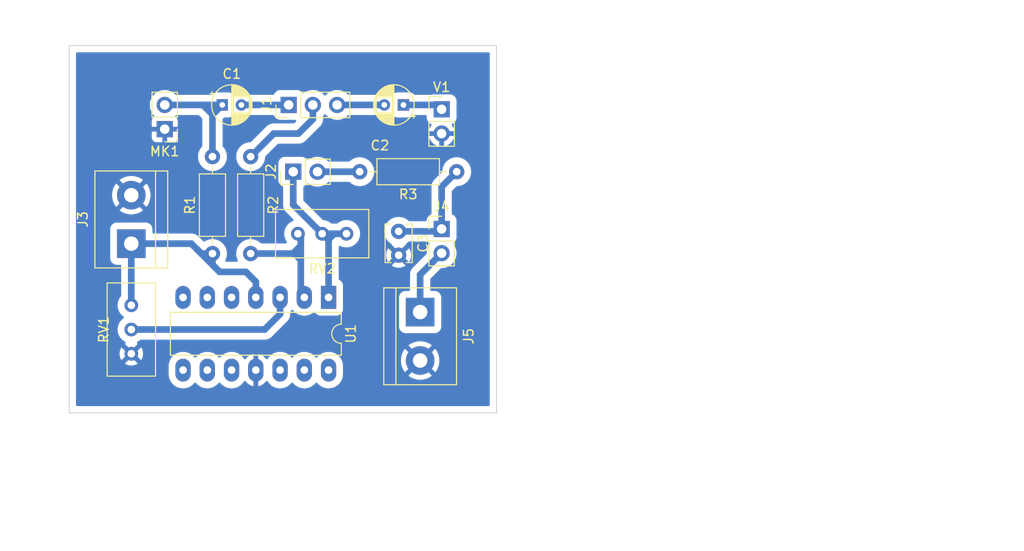
<source format=kicad_pcb>
(kicad_pcb (version 20241229) (generator "pcbnew") (generator_version "9.0")
  (layers (0 "F.Cu" signal) (2 "B.Cu" signal) (13 "F.Paste" user) (15 "B.Paste" user) (5 "F.SilkS" user "F.Silkscreen") (7 "B.SilkS" user "B.Silkscreen") (1 "F.Mask" user) (3 "B.Mask" user) (25 "Edge.Cuts" user))
  (net 0 "")
  (net 1 "Net-(C1-Pad1)")
  (net 2 "/Raw Signal")
  (net 3 "Net-(C2-Pad1)")
  (net 4 "/CAL Signal")
  (net 5 "/Filter Output")
  (net 6 "GNDA")
  (net 7 "/Input")
  (net 8 "/Signal Amplified A")
  (net 9 "/Signal Amplified B")
  (net 10 "/Output")
  (net 11 "+5V")
  (net 12 "Net-(R2-Pad2)")
  (net 13 "Net-(RV1-Pad2)")
  (footprint "Connector_PinHeader_2.54mm:PinHeader_1x03_P2.54mm_Vertical" (layer "F.Cu") (at 116.475 87 90)
    (property "Reference" "J1" (at 0 -2.33 90) (layer "F.SilkS"))
    (property "Value" "Conn_01x03_Male")
    (pad "1" thru_hole rect (at 0 0 90) (size 1.7 1.7) (drill 1) (layers "*.Cu" "*.Mask" "In1.Cu" "In2.Cu" "In3.Cu" "In4.Cu" "In5.Cu" "In6.Cu" "In7.Cu" "In8.Cu" "In9.Cu" "In10.Cu" "In11.Cu" "In12.Cu" "In13.Cu" "In14.Cu" "In15.Cu" "In16.Cu" "In17.Cu" "In18.Cu" "In19.Cu" "In20.Cu" "In21.Cu" "In22.Cu" "In23.Cu" "In24.Cu" "In25.Cu" "In26.Cu" "In27.Cu" "In28.Cu" "In29.Cu" "In30.Cu") (net 2 "/Raw Signal"))
    (pad "2" thru_hole oval (at 0 2.54 90) (size 1.7 1.7) (drill 1) (layers "*.Cu" "*.Mask" "In1.Cu" "In2.Cu" "In3.Cu" "In4.Cu" "In5.Cu" "In6.Cu" "In7.Cu" "In8.Cu" "In9.Cu" "In10.Cu" "In11.Cu" "In12.Cu" "In13.Cu" "In14.Cu" "In15.Cu" "In16.Cu" "In17.Cu" "In18.Cu" "In19.Cu" "In20.Cu" "In21.Cu" "In22.Cu" "In23.Cu" "In24.Cu" "In25.Cu" "In26.Cu" "In27.Cu" "In28.Cu" "In29.Cu" "In30.Cu") (net 7 "/Input"))
    (pad "3" thru_hole oval (at 0 5.08 90) (size 1.7 1.7) (drill 1) (layers "*.Cu" "*.Mask" "In1.Cu" "In2.Cu" "In3.Cu" "In4.Cu" "In5.Cu" "In6.Cu" "In7.Cu" "In8.Cu" "In9.Cu" "In10.Cu" "In11.Cu" "In12.Cu" "In13.Cu" "In14.Cu" "In15.Cu" "In16.Cu" "In17.Cu" "In18.Cu" "In19.Cu" "In20.Cu" "In21.Cu" "In22.Cu" "In23.Cu" "In24.Cu" "In25.Cu" "In26.Cu" "In27.Cu" "In28.Cu" "In29.Cu" "In30.Cu") (net 4 "/CAL Signal"))
  )
  (footprint "TerminalBlock:TerminalBlock_bornier-2_P5.08mm" (layer "F.Cu") (at 130.25 108.71 -90)
    (property "Reference" "J5" (at 2.54 -5.08 90) (layer "F.SilkS"))
    (property "Value" "Conn_01x02")
    (pad "1" thru_hole rect (at 0 0 270) (size 3 3) (drill 1.52) (layers "*.Cu" "*.Mask" "In1.Cu" "In2.Cu" "In3.Cu" "In4.Cu" "In5.Cu" "In6.Cu" "In7.Cu" "In8.Cu" "In9.Cu" "In10.Cu" "In11.Cu" "In12.Cu" "In13.Cu" "In14.Cu" "In15.Cu" "In16.Cu" "In17.Cu" "In18.Cu" "In19.Cu" "In20.Cu" "In21.Cu" "In22.Cu" "In23.Cu" "In24.Cu" "In25.Cu" "In26.Cu" "In27.Cu" "In28.Cu" "In29.Cu" "In30.Cu") (net 10 "/Output"))
    (pad "2" thru_hole circle (at 5.08 0 270) (size 3 3) (drill 1.52) (layers "*.Cu" "*.Mask" "In1.Cu" "In2.Cu" "In3.Cu" "In4.Cu" "In5.Cu" "In6.Cu" "In7.Cu" "In8.Cu" "In9.Cu" "In10.Cu" "In11.Cu" "In12.Cu" "In13.Cu" "In14.Cu" "In15.Cu" "In16.Cu" "In17.Cu" "In18.Cu" "In19.Cu" "In20.Cu" "In21.Cu" "In22.Cu" "In23.Cu" "In24.Cu" "In25.Cu" "In26.Cu" "In27.Cu" "In28.Cu" "In29.Cu" "In30.Cu") (net 6 "GNDA"))
  )
  (footprint "Potentiometer_THT:Potentiometer_Bourns_3296W_Vertical" (layer "F.Cu") (at 100 108 90)
    (property "Reference" "RV1" (at -2.54 -2.885 90) (layer "F.SilkS"))
    (property "Value" "100k")
    (pad "1" thru_hole circle (at 0 0 90) (size 1.44 1.44) (drill 0.8) (layers "*.Cu" "*.Mask" "In1.Cu" "In2.Cu" "In3.Cu" "In4.Cu" "In5.Cu" "In6.Cu" "In7.Cu" "In8.Cu" "In9.Cu" "In10.Cu" "In11.Cu" "In12.Cu" "In13.Cu" "In14.Cu" "In15.Cu" "In16.Cu" "In17.Cu" "In18.Cu" "In19.Cu" "In20.Cu" "In21.Cu" "In22.Cu" "In23.Cu" "In24.Cu" "In25.Cu" "In26.Cu" "In27.Cu" "In28.Cu" "In29.Cu" "In30.Cu") (net 11 "+5V"))
    (pad "2" thru_hole circle (at -2.54 0 90) (size 1.44 1.44) (drill 0.8) (layers "*.Cu" "*.Mask" "In1.Cu" "In2.Cu" "In3.Cu" "In4.Cu" "In5.Cu" "In6.Cu" "In7.Cu" "In8.Cu" "In9.Cu" "In10.Cu" "In11.Cu" "In12.Cu" "In13.Cu" "In14.Cu" "In15.Cu" "In16.Cu" "In17.Cu" "In18.Cu" "In19.Cu" "In20.Cu" "In21.Cu" "In22.Cu" "In23.Cu" "In24.Cu" "In25.Cu" "In26.Cu" "In27.Cu" "In28.Cu" "In29.Cu" "In30.Cu") (net 13 "Net-(RV1-Pad2)"))
    (pad "3" thru_hole circle (at -5.08 0 90) (size 1.44 1.44) (drill 0.8) (layers "*.Cu" "*.Mask" "In1.Cu" "In2.Cu" "In3.Cu" "In4.Cu" "In5.Cu" "In6.Cu" "In7.Cu" "In8.Cu" "In9.Cu" "In10.Cu" "In11.Cu" "In12.Cu" "In13.Cu" "In14.Cu" "In15.Cu" "In16.Cu" "In17.Cu" "In18.Cu" "In19.Cu" "In20.Cu" "In21.Cu" "In22.Cu" "In23.Cu" "In24.Cu" "In25.Cu" "In26.Cu" "In27.Cu" "In28.Cu" "In29.Cu" "In30.Cu") (net 6 "GNDA"))
  )
  (footprint "Capacitor_THT:C_Disc_D3.8mm_W2.6mm_P2.50mm" (layer "F.Cu") (at 128 100.25 -90)
    (property "Reference" "C3" (at 1.25 -2.55 90) (layer "F.SilkS"))
    (property "Value" "TODO")
    (pad "1" thru_hole circle (at 0 0 270) (size 1.6 1.6) (drill 0.8) (layers "*.Cu" "*.Mask" "In1.Cu" "In2.Cu" "In3.Cu" "In4.Cu" "In5.Cu" "In6.Cu" "In7.Cu" "In8.Cu" "In9.Cu" "In10.Cu" "In11.Cu" "In12.Cu" "In13.Cu" "In14.Cu" "In15.Cu" "In16.Cu" "In17.Cu" "In18.Cu" "In19.Cu" "In20.Cu" "In21.Cu" "In22.Cu" "In23.Cu" "In24.Cu" "In25.Cu" "In26.Cu" "In27.Cu" "In28.Cu" "In29.Cu" "In30.Cu") (net 5 "/Filter Output"))
    (pad "2" thru_hole circle (at 2.5 0 270) (size 1.6 1.6) (drill 0.8) (layers "*.Cu" "*.Mask" "In1.Cu" "In2.Cu" "In3.Cu" "In4.Cu" "In5.Cu" "In6.Cu" "In7.Cu" "In8.Cu" "In9.Cu" "In10.Cu" "In11.Cu" "In12.Cu" "In13.Cu" "In14.Cu" "In15.Cu" "In16.Cu" "In17.Cu" "In18.Cu" "In19.Cu" "In20.Cu" "In21.Cu" "In22.Cu" "In23.Cu" "In24.Cu" "In25.Cu" "In26.Cu" "In27.Cu" "In28.Cu" "In29.Cu" "In30.Cu") (net 6 "GNDA"))
  )
  (footprint "Connector_PinHeader_2.54mm:PinHeader_1x02_P2.54mm_Vertical" (layer "F.Cu") (at 103.5 89.54 180)
    (property "Reference" "MK1" (at 0 -2.33 0) (layer "F.SilkS"))
    (property "Value" "M. Electret")
    (pad "1" thru_hole rect (at 0 0 180) (size 1.7 1.7) (drill 1) (layers "*.Cu" "*.Mask" "In1.Cu" "In2.Cu" "In3.Cu" "In4.Cu" "In5.Cu" "In6.Cu" "In7.Cu" "In8.Cu" "In9.Cu" "In10.Cu" "In11.Cu" "In12.Cu" "In13.Cu" "In14.Cu" "In15.Cu" "In16.Cu" "In17.Cu" "In18.Cu" "In19.Cu" "In20.Cu" "In21.Cu" "In22.Cu" "In23.Cu" "In24.Cu" "In25.Cu" "In26.Cu" "In27.Cu" "In28.Cu" "In29.Cu" "In30.Cu") (net 6 "GNDA"))
    (pad "2" thru_hole oval (at 0 2.54 180) (size 1.7 1.7) (drill 1) (layers "*.Cu" "*.Mask" "In1.Cu" "In2.Cu" "In3.Cu" "In4.Cu" "In5.Cu" "In6.Cu" "In7.Cu" "In8.Cu" "In9.Cu" "In10.Cu" "In11.Cu" "In12.Cu" "In13.Cu" "In14.Cu" "In15.Cu" "In16.Cu" "In17.Cu" "In18.Cu" "In19.Cu" "In20.Cu" "In21.Cu" "In22.Cu" "In23.Cu" "In24.Cu" "In25.Cu" "In26.Cu" "In27.Cu" "In28.Cu" "In29.Cu" "In30.Cu") (net 1 "Net-(C1-Pad1)"))
  )
  (footprint "Package_DIP:DIP-14_W7.62mm_LongPads" (layer "F.Cu") (at 120.66 107.175 -90)
    (property "Reference" "U1" (at 3.81 -2.33 90) (layer "F.SilkS"))
    (property "Value" "LM324")
    (pad "1" thru_hole rect (at 0 0 270) (size 2.4 1.6) (drill 0.8) (layers "*.Cu" "*.Mask" "In1.Cu" "In2.Cu" "In3.Cu" "In4.Cu" "In5.Cu" "In6.Cu" "In7.Cu" "In8.Cu" "In9.Cu" "In10.Cu" "In11.Cu" "In12.Cu" "In13.Cu" "In14.Cu" "In15.Cu" "In16.Cu" "In17.Cu" "In18.Cu" "In19.Cu" "In20.Cu" "In21.Cu" "In22.Cu" "In23.Cu" "In24.Cu" "In25.Cu" "In26.Cu" "In27.Cu" "In28.Cu" "In29.Cu" "In30.Cu") (net 8 "/Signal Amplified A"))
    (pad "2" thru_hole oval (at 0 2.54 270) (size 2.4 1.6) (drill 0.8) (layers "*.Cu" "*.Mask" "In1.Cu" "In2.Cu" "In3.Cu" "In4.Cu" "In5.Cu" "In6.Cu" "In7.Cu" "In8.Cu" "In9.Cu" "In10.Cu" "In11.Cu" "In12.Cu" "In13.Cu" "In14.Cu" "In15.Cu" "In16.Cu" "In17.Cu" "In18.Cu" "In19.Cu" "In20.Cu" "In21.Cu" "In22.Cu" "In23.Cu" "In24.Cu" "In25.Cu" "In26.Cu" "In27.Cu" "In28.Cu" "In29.Cu" "In30.Cu") (net 12 "Net-(R2-Pad2)"))
    (pad "3" thru_hole oval (at 0 5.08 270) (size 2.4 1.6) (drill 0.8) (layers "*.Cu" "*.Mask" "In1.Cu" "In2.Cu" "In3.Cu" "In4.Cu" "In5.Cu" "In6.Cu" "In7.Cu" "In8.Cu" "In9.Cu" "In10.Cu" "In11.Cu" "In12.Cu" "In13.Cu" "In14.Cu" "In15.Cu" "In16.Cu" "In17.Cu" "In18.Cu" "In19.Cu" "In20.Cu" "In21.Cu" "In22.Cu" "In23.Cu" "In24.Cu" "In25.Cu" "In26.Cu" "In27.Cu" "In28.Cu" "In29.Cu" "In30.Cu") (net 13 "Net-(RV1-Pad2)"))
    (pad "4" thru_hole oval (at 0 7.62 270) (size 2.4 1.6) (drill 0.8) (layers "*.Cu" "*.Mask" "In1.Cu" "In2.Cu" "In3.Cu" "In4.Cu" "In5.Cu" "In6.Cu" "In7.Cu" "In8.Cu" "In9.Cu" "In10.Cu" "In11.Cu" "In12.Cu" "In13.Cu" "In14.Cu" "In15.Cu" "In16.Cu" "In17.Cu" "In18.Cu" "In19.Cu" "In20.Cu" "In21.Cu" "In22.Cu" "In23.Cu" "In24.Cu" "In25.Cu" "In26.Cu" "In27.Cu" "In28.Cu" "In29.Cu" "In30.Cu") (net 11 "+5V"))
    (pad "5" thru_hole oval (at 0 10.16 270) (size 2.4 1.6) (drill 0.8) (layers "*.Cu" "*.Mask" "In1.Cu" "In2.Cu" "In3.Cu" "In4.Cu" "In5.Cu" "In6.Cu" "In7.Cu" "In8.Cu" "In9.Cu" "In10.Cu" "In11.Cu" "In12.Cu" "In13.Cu" "In14.Cu" "In15.Cu" "In16.Cu" "In17.Cu" "In18.Cu" "In19.Cu" "In20.Cu" "In21.Cu" "In22.Cu" "In23.Cu" "In24.Cu" "In25.Cu" "In26.Cu" "In27.Cu" "In28.Cu" "In29.Cu" "In30.Cu"))
    (pad "6" thru_hole oval (at 0 12.7 270) (size 2.4 1.6) (drill 0.8) (layers "*.Cu" "*.Mask" "In1.Cu" "In2.Cu" "In3.Cu" "In4.Cu" "In5.Cu" "In6.Cu" "In7.Cu" "In8.Cu" "In9.Cu" "In10.Cu" "In11.Cu" "In12.Cu" "In13.Cu" "In14.Cu" "In15.Cu" "In16.Cu" "In17.Cu" "In18.Cu" "In19.Cu" "In20.Cu" "In21.Cu" "In22.Cu" "In23.Cu" "In24.Cu" "In25.Cu" "In26.Cu" "In27.Cu" "In28.Cu" "In29.Cu" "In30.Cu"))
    (pad "7" thru_hole oval (at 0 15.24 270) (size 2.4 1.6) (drill 0.8) (layers "*.Cu" "*.Mask" "In1.Cu" "In2.Cu" "In3.Cu" "In4.Cu" "In5.Cu" "In6.Cu" "In7.Cu" "In8.Cu" "In9.Cu" "In10.Cu" "In11.Cu" "In12.Cu" "In13.Cu" "In14.Cu" "In15.Cu" "In16.Cu" "In17.Cu" "In18.Cu" "In19.Cu" "In20.Cu" "In21.Cu" "In22.Cu" "In23.Cu" "In24.Cu" "In25.Cu" "In26.Cu" "In27.Cu" "In28.Cu" "In29.Cu" "In30.Cu"))
    (pad "8" thru_hole oval (at 7.62 15.24 270) (size 2.4 1.6) (drill 0.8) (layers "*.Cu" "*.Mask" "In1.Cu" "In2.Cu" "In3.Cu" "In4.Cu" "In5.Cu" "In6.Cu" "In7.Cu" "In8.Cu" "In9.Cu" "In10.Cu" "In11.Cu" "In12.Cu" "In13.Cu" "In14.Cu" "In15.Cu" "In16.Cu" "In17.Cu" "In18.Cu" "In19.Cu" "In20.Cu" "In21.Cu" "In22.Cu" "In23.Cu" "In24.Cu" "In25.Cu" "In26.Cu" "In27.Cu" "In28.Cu" "In29.Cu" "In30.Cu"))
    (pad "9" thru_hole oval (at 7.62 12.7 270) (size 2.4 1.6) (drill 0.8) (layers "*.Cu" "*.Mask" "In1.Cu" "In2.Cu" "In3.Cu" "In4.Cu" "In5.Cu" "In6.Cu" "In7.Cu" "In8.Cu" "In9.Cu" "In10.Cu" "In11.Cu" "In12.Cu" "In13.Cu" "In14.Cu" "In15.Cu" "In16.Cu" "In17.Cu" "In18.Cu" "In19.Cu" "In20.Cu" "In21.Cu" "In22.Cu" "In23.Cu" "In24.Cu" "In25.Cu" "In26.Cu" "In27.Cu" "In28.Cu" "In29.Cu" "In30.Cu"))
    (pad "10" thru_hole oval (at 7.62 10.16 270) (size 2.4 1.6) (drill 0.8) (layers "*.Cu" "*.Mask" "In1.Cu" "In2.Cu" "In3.Cu" "In4.Cu" "In5.Cu" "In6.Cu" "In7.Cu" "In8.Cu" "In9.Cu" "In10.Cu" "In11.Cu" "In12.Cu" "In13.Cu" "In14.Cu" "In15.Cu" "In16.Cu" "In17.Cu" "In18.Cu" "In19.Cu" "In20.Cu" "In21.Cu" "In22.Cu" "In23.Cu" "In24.Cu" "In25.Cu" "In26.Cu" "In27.Cu" "In28.Cu" "In29.Cu" "In30.Cu"))
    (pad "11" thru_hole oval (at 7.62 7.62 270) (size 2.4 1.6) (drill 0.8) (layers "*.Cu" "*.Mask" "In1.Cu" "In2.Cu" "In3.Cu" "In4.Cu" "In5.Cu" "In6.Cu" "In7.Cu" "In8.Cu" "In9.Cu" "In10.Cu" "In11.Cu" "In12.Cu" "In13.Cu" "In14.Cu" "In15.Cu" "In16.Cu" "In17.Cu" "In18.Cu" "In19.Cu" "In20.Cu" "In21.Cu" "In22.Cu" "In23.Cu" "In24.Cu" "In25.Cu" "In26.Cu" "In27.Cu" "In28.Cu" "In29.Cu" "In30.Cu") (net 6 "GNDA"))
    (pad "12" thru_hole oval (at 7.62 5.08 270) (size 2.4 1.6) (drill 0.8) (layers "*.Cu" "*.Mask" "In1.Cu" "In2.Cu" "In3.Cu" "In4.Cu" "In5.Cu" "In6.Cu" "In7.Cu" "In8.Cu" "In9.Cu" "In10.Cu" "In11.Cu" "In12.Cu" "In13.Cu" "In14.Cu" "In15.Cu" "In16.Cu" "In17.Cu" "In18.Cu" "In19.Cu" "In20.Cu" "In21.Cu" "In22.Cu" "In23.Cu" "In24.Cu" "In25.Cu" "In26.Cu" "In27.Cu" "In28.Cu" "In29.Cu" "In30.Cu"))
    (pad "13" thru_hole oval (at 7.62 2.54 270) (size 2.4 1.6) (drill 0.8) (layers "*.Cu" "*.Mask" "In1.Cu" "In2.Cu" "In3.Cu" "In4.Cu" "In5.Cu" "In6.Cu" "In7.Cu" "In8.Cu" "In9.Cu" "In10.Cu" "In11.Cu" "In12.Cu" "In13.Cu" "In14.Cu" "In15.Cu" "In16.Cu" "In17.Cu" "In18.Cu" "In19.Cu" "In20.Cu" "In21.Cu" "In22.Cu" "In23.Cu" "In24.Cu" "In25.Cu" "In26.Cu" "In27.Cu" "In28.Cu" "In29.Cu" "In30.Cu"))
    (pad "14" thru_hole oval (at 7.62 0 270) (size 2.4 1.6) (drill 0.8) (layers "*.Cu" "*.Mask" "In1.Cu" "In2.Cu" "In3.Cu" "In4.Cu" "In5.Cu" "In6.Cu" "In7.Cu" "In8.Cu" "In9.Cu" "In10.Cu" "In11.Cu" "In12.Cu" "In13.Cu" "In14.Cu" "In15.Cu" "In16.Cu" "In17.Cu" "In18.Cu" "In19.Cu" "In20.Cu" "In21.Cu" "In22.Cu" "In23.Cu" "In24.Cu" "In25.Cu" "In26.Cu" "In27.Cu" "In28.Cu" "In29.Cu" "In30.Cu"))
  )
  (footprint "Resistor_THT:R_Axial_DIN0207_L6.3mm_D2.5mm_P10.16mm_Horizontal" (layer "F.Cu") (at 134.08 94 180)
    (property "Reference" "R3" (at 5.08 -2.37 0) (layer "F.SilkS"))
    (property "Value" "TODO")
    (pad "1" thru_hole circle (at 0 0 180) (size 1.6 1.6) (drill 0.8) (layers "*.Cu" "*.Mask" "In1.Cu" "In2.Cu" "In3.Cu" "In4.Cu" "In5.Cu" "In6.Cu" "In7.Cu" "In8.Cu" "In9.Cu" "In10.Cu" "In11.Cu" "In12.Cu" "In13.Cu" "In14.Cu" "In15.Cu" "In16.Cu" "In17.Cu" "In18.Cu" "In19.Cu" "In20.Cu" "In21.Cu" "In22.Cu" "In23.Cu" "In24.Cu" "In25.Cu" "In26.Cu" "In27.Cu" "In28.Cu" "In29.Cu" "In30.Cu") (net 5 "/Filter Output"))
    (pad "2" thru_hole oval (at 10.16 0 180) (size 1.6 1.6) (drill 0.8) (layers "*.Cu" "*.Mask" "In1.Cu" "In2.Cu" "In3.Cu" "In4.Cu" "In5.Cu" "In6.Cu" "In7.Cu" "In8.Cu" "In9.Cu" "In10.Cu" "In11.Cu" "In12.Cu" "In13.Cu" "In14.Cu" "In15.Cu" "In16.Cu" "In17.Cu" "In18.Cu" "In19.Cu" "In20.Cu" "In21.Cu" "In22.Cu" "In23.Cu" "In24.Cu" "In25.Cu" "In26.Cu" "In27.Cu" "In28.Cu" "In29.Cu" "In30.Cu") (net 9 "/Signal Amplified B"))
  )
  (footprint "Connector_PinHeader_2.54mm:PinHeader_1x02_P2.54mm_Vertical" (layer "F.Cu") (at 132.5 87.46)
    (property "Reference" "V1" (at 0 -2.33 0) (layer "F.SilkS"))
    (property "Value" "CAL")
    (pad "1" thru_hole rect (at 0 0) (size 1.7 1.7) (drill 1) (layers "*.Cu" "*.Mask" "In1.Cu" "In2.Cu" "In3.Cu" "In4.Cu" "In5.Cu" "In6.Cu" "In7.Cu" "In8.Cu" "In9.Cu" "In10.Cu" "In11.Cu" "In12.Cu" "In13.Cu" "In14.Cu" "In15.Cu" "In16.Cu" "In17.Cu" "In18.Cu" "In19.Cu" "In20.Cu" "In21.Cu" "In22.Cu" "In23.Cu" "In24.Cu" "In25.Cu" "In26.Cu" "In27.Cu" "In28.Cu" "In29.Cu" "In30.Cu") (net 3 "Net-(C2-Pad1)"))
    (pad "2" thru_hole oval (at 0 2.54) (size 1.7 1.7) (drill 1) (layers "*.Cu" "*.Mask" "In1.Cu" "In2.Cu" "In3.Cu" "In4.Cu" "In5.Cu" "In6.Cu" "In7.Cu" "In8.Cu" "In9.Cu" "In10.Cu" "In11.Cu" "In12.Cu" "In13.Cu" "In14.Cu" "In15.Cu" "In16.Cu" "In17.Cu" "In18.Cu" "In19.Cu" "In20.Cu" "In21.Cu" "In22.Cu" "In23.Cu" "In24.Cu" "In25.Cu" "In26.Cu" "In27.Cu" "In28.Cu" "In29.Cu" "In30.Cu") (net 6 "GNDA"))
  )
  (footprint "Resistor_THT:R_Axial_DIN0207_L6.3mm_D2.5mm_P10.16mm_Horizontal" (layer "F.Cu") (at 112.5 92.42 -90)
    (property "Reference" "R2" (at 5.08 -2.37 90) (layer "F.SilkS"))
    (property "Value" "4k7")
    (pad "1" thru_hole circle (at 0 0 270) (size 1.6 1.6) (drill 0.8) (layers "*.Cu" "*.Mask" "In1.Cu" "In2.Cu" "In3.Cu" "In4.Cu" "In5.Cu" "In6.Cu" "In7.Cu" "In8.Cu" "In9.Cu" "In10.Cu" "In11.Cu" "In12.Cu" "In13.Cu" "In14.Cu" "In15.Cu" "In16.Cu" "In17.Cu" "In18.Cu" "In19.Cu" "In20.Cu" "In21.Cu" "In22.Cu" "In23.Cu" "In24.Cu" "In25.Cu" "In26.Cu" "In27.Cu" "In28.Cu" "In29.Cu" "In30.Cu") (net 7 "/Input"))
    (pad "2" thru_hole oval (at 10.16 0 270) (size 1.6 1.6) (drill 0.8) (layers "*.Cu" "*.Mask" "In1.Cu" "In2.Cu" "In3.Cu" "In4.Cu" "In5.Cu" "In6.Cu" "In7.Cu" "In8.Cu" "In9.Cu" "In10.Cu" "In11.Cu" "In12.Cu" "In13.Cu" "In14.Cu" "In15.Cu" "In16.Cu" "In17.Cu" "In18.Cu" "In19.Cu" "In20.Cu" "In21.Cu" "In22.Cu" "In23.Cu" "In24.Cu" "In25.Cu" "In26.Cu" "In27.Cu" "In28.Cu" "In29.Cu" "In30.Cu") (net 12 "Net-(R2-Pad2)"))
  )
  (footprint "Resistor_THT:R_Axial_DIN0207_L6.3mm_D2.5mm_P10.16mm_Horizontal" (layer "F.Cu") (at 108.5 102.58 90)
    (property "Reference" "R1" (at 5.08 -2.37 90) (layer "F.SilkS"))
    (property "Value" "2k2")
    (pad "1" thru_hole circle (at 0 0 90) (size 1.6 1.6) (drill 0.8) (layers "*.Cu" "*.Mask" "In1.Cu" "In2.Cu" "In3.Cu" "In4.Cu" "In5.Cu" "In6.Cu" "In7.Cu" "In8.Cu" "In9.Cu" "In10.Cu" "In11.Cu" "In12.Cu" "In13.Cu" "In14.Cu" "In15.Cu" "In16.Cu" "In17.Cu" "In18.Cu" "In19.Cu" "In20.Cu" "In21.Cu" "In22.Cu" "In23.Cu" "In24.Cu" "In25.Cu" "In26.Cu" "In27.Cu" "In28.Cu" "In29.Cu" "In30.Cu") (net 11 "+5V"))
    (pad "2" thru_hole oval (at 10.16 0 90) (size 1.6 1.6) (drill 0.8) (layers "*.Cu" "*.Mask" "In1.Cu" "In2.Cu" "In3.Cu" "In4.Cu" "In5.Cu" "In6.Cu" "In7.Cu" "In8.Cu" "In9.Cu" "In10.Cu" "In11.Cu" "In12.Cu" "In13.Cu" "In14.Cu" "In15.Cu" "In16.Cu" "In17.Cu" "In18.Cu" "In19.Cu" "In20.Cu" "In21.Cu" "In22.Cu" "In23.Cu" "In24.Cu" "In25.Cu" "In26.Cu" "In27.Cu" "In28.Cu" "In29.Cu" "In30.Cu") (net 1 "Net-(C1-Pad1)"))
  )
  (footprint "Capacitor_THT:CP_Radial_D4.0mm_P2.00mm" (layer "F.Cu") (at 128.5 87 180)
    (property "Reference" "C2" (at 2.46 -4.25 0) (layer "F.SilkS"))
    (property "Value" "10uF")
    (pad "1" thru_hole rect (at 0 0 180) (size 1.2 1.2) (drill 0.6) (layers "*.Cu" "*.Mask" "In1.Cu" "In2.Cu" "In3.Cu" "In4.Cu" "In5.Cu" "In6.Cu" "In7.Cu" "In8.Cu" "In9.Cu" "In10.Cu" "In11.Cu" "In12.Cu" "In13.Cu" "In14.Cu" "In15.Cu" "In16.Cu" "In17.Cu" "In18.Cu" "In19.Cu" "In20.Cu" "In21.Cu" "In22.Cu" "In23.Cu" "In24.Cu" "In25.Cu" "In26.Cu" "In27.Cu" "In28.Cu" "In29.Cu" "In30.Cu") (net 3 "Net-(C2-Pad1)"))
    (pad "2" thru_hole circle (at 2 0 180) (size 1.2 1.2) (drill 0.6) (layers "*.Cu" "*.Mask" "In1.Cu" "In2.Cu" "In3.Cu" "In4.Cu" "In5.Cu" "In6.Cu" "In7.Cu" "In8.Cu" "In9.Cu" "In10.Cu" "In11.Cu" "In12.Cu" "In13.Cu" "In14.Cu" "In15.Cu" "In16.Cu" "In17.Cu" "In18.Cu" "In19.Cu" "In20.Cu" "In21.Cu" "In22.Cu" "In23.Cu" "In24.Cu" "In25.Cu" "In26.Cu" "In27.Cu" "In28.Cu" "In29.Cu" "In30.Cu") (net 4 "/CAL Signal"))
  )
  (footprint "TerminalBlock:TerminalBlock_bornier-2_P5.08mm" (layer "F.Cu") (at 100 101.54 90)
    (property "Reference" "J3" (at 2.54 -5.08 90) (layer "F.SilkS"))
    (property "Value" "Conn_01x02")
    (pad "1" thru_hole rect (at 0 0 90) (size 3 3) (drill 1.52) (layers "*.Cu" "*.Mask" "In1.Cu" "In2.Cu" "In3.Cu" "In4.Cu" "In5.Cu" "In6.Cu" "In7.Cu" "In8.Cu" "In9.Cu" "In10.Cu" "In11.Cu" "In12.Cu" "In13.Cu" "In14.Cu" "In15.Cu" "In16.Cu" "In17.Cu" "In18.Cu" "In19.Cu" "In20.Cu" "In21.Cu" "In22.Cu" "In23.Cu" "In24.Cu" "In25.Cu" "In26.Cu" "In27.Cu" "In28.Cu" "In29.Cu" "In30.Cu") (net 11 "+5V"))
    (pad "2" thru_hole circle (at 5.08 0 90) (size 3 3) (drill 1.52) (layers "*.Cu" "*.Mask" "In1.Cu" "In2.Cu" "In3.Cu" "In4.Cu" "In5.Cu" "In6.Cu" "In7.Cu" "In8.Cu" "In9.Cu" "In10.Cu" "In11.Cu" "In12.Cu" "In13.Cu" "In14.Cu" "In15.Cu" "In16.Cu" "In17.Cu" "In18.Cu" "In19.Cu" "In20.Cu" "In21.Cu" "In22.Cu" "In23.Cu" "In24.Cu" "In25.Cu" "In26.Cu" "In27.Cu" "In28.Cu" "In29.Cu" "In30.Cu") (net 6 "GNDA"))
  )
  (footprint "Capacitor_THT:CP_Radial_D4.0mm_P2.00mm" (layer "F.Cu") (at 109.527401 87)
    (property "Reference" "C1" (at 1 -3.25 0) (layer "F.SilkS"))
    (property "Value" "10uF")
    (pad "1" thru_hole rect (at 0 0) (size 1.2 1.2) (drill 0.6) (layers "*.Cu" "*.Mask" "In1.Cu" "In2.Cu" "In3.Cu" "In4.Cu" "In5.Cu" "In6.Cu" "In7.Cu" "In8.Cu" "In9.Cu" "In10.Cu" "In11.Cu" "In12.Cu" "In13.Cu" "In14.Cu" "In15.Cu" "In16.Cu" "In17.Cu" "In18.Cu" "In19.Cu" "In20.Cu" "In21.Cu" "In22.Cu" "In23.Cu" "In24.Cu" "In25.Cu" "In26.Cu" "In27.Cu" "In28.Cu" "In29.Cu" "In30.Cu") (net 1 "Net-(C1-Pad1)"))
    (pad "2" thru_hole circle (at 2 0) (size 1.2 1.2) (drill 0.6) (layers "*.Cu" "*.Mask" "In1.Cu" "In2.Cu" "In3.Cu" "In4.Cu" "In5.Cu" "In6.Cu" "In7.Cu" "In8.Cu" "In9.Cu" "In10.Cu" "In11.Cu" "In12.Cu" "In13.Cu" "In14.Cu" "In15.Cu" "In16.Cu" "In17.Cu" "In18.Cu" "In19.Cu" "In20.Cu" "In21.Cu" "In22.Cu" "In23.Cu" "In24.Cu" "In25.Cu" "In26.Cu" "In27.Cu" "In28.Cu" "In29.Cu" "In30.Cu") (net 2 "/Raw Signal"))
  )
  (footprint "Potentiometer_THT:Potentiometer_Bourns_3296W_Vertical" (layer "F.Cu") (at 117.45 100.5 180)
    (property "Reference" "RV2" (at -2.54 -3.66 0) (layer "F.SilkS"))
    (property "Value" "100k")
    (pad "1" thru_hole circle (at 0 0 180) (size 1.44 1.44) (drill 0.8) (layers "*.Cu" "*.Mask" "In1.Cu" "In2.Cu" "In3.Cu" "In4.Cu" "In5.Cu" "In6.Cu" "In7.Cu" "In8.Cu" "In9.Cu" "In10.Cu" "In11.Cu" "In12.Cu" "In13.Cu" "In14.Cu" "In15.Cu" "In16.Cu" "In17.Cu" "In18.Cu" "In19.Cu" "In20.Cu" "In21.Cu" "In22.Cu" "In23.Cu" "In24.Cu" "In25.Cu" "In26.Cu" "In27.Cu" "In28.Cu" "In29.Cu" "In30.Cu") (net 12 "Net-(R2-Pad2)"))
    (pad "2" thru_hole circle (at -2.54 0 180) (size 1.44 1.44) (drill 0.8) (layers "*.Cu" "*.Mask" "In1.Cu" "In2.Cu" "In3.Cu" "In4.Cu" "In5.Cu" "In6.Cu" "In7.Cu" "In8.Cu" "In9.Cu" "In10.Cu" "In11.Cu" "In12.Cu" "In13.Cu" "In14.Cu" "In15.Cu" "In16.Cu" "In17.Cu" "In18.Cu" "In19.Cu" "In20.Cu" "In21.Cu" "In22.Cu" "In23.Cu" "In24.Cu" "In25.Cu" "In26.Cu" "In27.Cu" "In28.Cu" "In29.Cu" "In30.Cu") (net 8 "/Signal Amplified A"))
    (pad "3" thru_hole circle (at -5.08 0 180) (size 1.44 1.44) (drill 0.8) (layers "*.Cu" "*.Mask" "In1.Cu" "In2.Cu" "In3.Cu" "In4.Cu" "In5.Cu" "In6.Cu" "In7.Cu" "In8.Cu" "In9.Cu" "In10.Cu" "In11.Cu" "In12.Cu" "In13.Cu" "In14.Cu" "In15.Cu" "In16.Cu" "In17.Cu" "In18.Cu" "In19.Cu" "In20.Cu" "In21.Cu" "In22.Cu" "In23.Cu" "In24.Cu" "In25.Cu" "In26.Cu" "In27.Cu" "In28.Cu" "In29.Cu" "In30.Cu"))
  )
  (footprint "Connector_PinHeader_2.54mm:PinHeader_1x02_P2.54mm_Vertical" (layer "F.Cu") (at 132.5 100)
    (property "Reference" "J4" (at 0 -2.33 0) (layer "F.SilkS"))
    (property "Value" "Conn_01x02_Male")
    (pad "1" thru_hole rect (at 0 0) (size 1.7 1.7) (drill 1) (layers "*.Cu" "*.Mask" "In1.Cu" "In2.Cu" "In3.Cu" "In4.Cu" "In5.Cu" "In6.Cu" "In7.Cu" "In8.Cu" "In9.Cu" "In10.Cu" "In11.Cu" "In12.Cu" "In13.Cu" "In14.Cu" "In15.Cu" "In16.Cu" "In17.Cu" "In18.Cu" "In19.Cu" "In20.Cu" "In21.Cu" "In22.Cu" "In23.Cu" "In24.Cu" "In25.Cu" "In26.Cu" "In27.Cu" "In28.Cu" "In29.Cu" "In30.Cu") (net 5 "/Filter Output"))
    (pad "2" thru_hole oval (at 0 2.54) (size 1.7 1.7) (drill 1) (layers "*.Cu" "*.Mask" "In1.Cu" "In2.Cu" "In3.Cu" "In4.Cu" "In5.Cu" "In6.Cu" "In7.Cu" "In8.Cu" "In9.Cu" "In10.Cu" "In11.Cu" "In12.Cu" "In13.Cu" "In14.Cu" "In15.Cu" "In16.Cu" "In17.Cu" "In18.Cu" "In19.Cu" "In20.Cu" "In21.Cu" "In22.Cu" "In23.Cu" "In24.Cu" "In25.Cu" "In26.Cu" "In27.Cu" "In28.Cu" "In29.Cu" "In30.Cu") (net 10 "/Output"))
  )
  (footprint "Connector_PinHeader_2.54mm:PinHeader_1x02_P2.54mm_Vertical" (layer "F.Cu") (at 116.96 94 90)
    (property "Reference" "J2" (at 0 -2.33 90) (layer "F.SilkS"))
    (property "Value" "Conn_01x02_Male")
    (pad "1" thru_hole rect (at 0 0 90) (size 1.7 1.7) (drill 1) (layers "*.Cu" "*.Mask" "In1.Cu" "In2.Cu" "In3.Cu" "In4.Cu" "In5.Cu" "In6.Cu" "In7.Cu" "In8.Cu" "In9.Cu" "In10.Cu" "In11.Cu" "In12.Cu" "In13.Cu" "In14.Cu" "In15.Cu" "In16.Cu" "In17.Cu" "In18.Cu" "In19.Cu" "In20.Cu" "In21.Cu" "In22.Cu" "In23.Cu" "In24.Cu" "In25.Cu" "In26.Cu" "In27.Cu" "In28.Cu" "In29.Cu" "In30.Cu") (net 8 "/Signal Amplified A"))
    (pad "2" thru_hole oval (at 0 2.54 90) (size 1.7 1.7) (drill 1) (layers "*.Cu" "*.Mask" "In1.Cu" "In2.Cu" "In3.Cu" "In4.Cu" "In5.Cu" "In6.Cu" "In7.Cu" "In8.Cu" "In9.Cu" "In10.Cu" "In11.Cu" "In12.Cu" "In13.Cu" "In14.Cu" "In15.Cu" "In16.Cu" "In17.Cu" "In18.Cu" "In19.Cu" "In20.Cu" "In21.Cu" "In22.Cu" "In23.Cu" "In24.Cu" "In25.Cu" "In26.Cu" "In27.Cu" "In28.Cu" "In29.Cu" "In30.Cu") (net 9 "/Signal Amplified B"))
  )
  (gr_rect (start 93.5 80.775) (end 138.25 119.275) (stroke (width 0.1)) (fill no) (layer "Edge.Cuts"))
  (segment (start 103.5 87) (end 107.5 87) (width 0.7) (layer "B.Cu") (net 1))
  (segment (start 108.5 87) (end 109.527401 87) (width 0.7) (layer "B.Cu") (net 1))
  (segment (start 108.5 92.42) (end 108.5 88.027401) (width 0.7) (layer "B.Cu") (net 1))
  (segment (start 107.5 87) (end 108.5 87) (width 0.7) (layer "B.Cu") (net 1))
  (segment (start 108.5 88.027401) (end 108.5 87) (width 0.7) (layer "B.Cu") (net 1))
  (segment (start 108.5 88.027401) (end 109.527401 87) (width 0.7) (layer "B.Cu") (net 1))
  (segment (start 108.5 88) (end 107.5 87) (width 0.7) (layer "B.Cu") (net 1))
  (segment (start 108.5 88.027401) (end 108.5 88) (width 0.7) (layer "B.Cu") (net 1))
  (segment (start 111.527401 87) (end 116.475 87) (width 0.7) (layer "B.Cu") (net 2))
  (segment (start 132.04 87) (end 132.5 87.46) (width 0.7) (layer "B.Cu") (net 3))
  (segment (start 128.5 87) (end 132.04 87) (width 0.7) (layer "B.Cu") (net 3))
  (segment (start 126.5 87) (end 121.555 87) (width 0.7) (layer "B.Cu") (net 4))
  (segment (start 132 99.5) (end 132.5 100) (width 0.7) (layer "B.Cu") (net 5))
  (segment (start 128 100.25) (end 132.25 100.25) (width 0.7) (layer "B.Cu") (net 5))
  (segment (start 132.25 100.25) (end 132.5 100) (width 0.7) (layer "B.Cu") (net 5))
  (segment (start 132.5 100) (end 132.5 95.58) (width 0.7) (layer "B.Cu") (net 5))
  (segment (start 132.5 95.58) (end 134.08 94) (width 0.7) (layer "B.Cu") (net 5))
  (segment (start 117.5 90) (end 119.015 88.485) (width 0.7) (layer "B.Cu") (net 7))
  (segment (start 114.92 90) (end 117.5 90) (width 0.7) (layer "B.Cu") (net 7))
  (segment (start 112.5 92.42) (end 114.92 90) (width 0.7) (layer "B.Cu") (net 7))
  (segment (start 119.015 88.485) (end 119.015 87) (width 0.7) (layer "B.Cu") (net 7))
  (segment (start 121.25 100.5) (end 122.53 100.5) (width 0.7) (layer "B.Cu") (net 8))
  (segment (start 116.96 97.47) (end 119.99 100.5) (width 0.7) (layer "B.Cu") (net 8))
  (segment (start 120.66 101.17) (end 120.66 101.09) (width 0.7) (layer "B.Cu") (net 8))
  (segment (start 120.66 101.17) (end 119.99 100.5) (width 0.7) (layer "B.Cu") (net 8))
  (segment (start 120.66 101.09) (end 121.25 100.5) (width 0.7) (layer "B.Cu") (net 8))
  (segment (start 120.66 107.175) (end 120.66 101.17) (width 0.7) (layer "B.Cu") (net 8))
  (segment (start 119.99 100.5) (end 121.25 100.5) (width 0.7) (layer "B.Cu") (net 8))
  (segment (start 116.96 94) (end 116.96 97.47) (width 0.7) (layer "B.Cu") (net 8))
  (segment (start 119.5 94) (end 123.92 94) (width 0.7) (layer "B.Cu") (net 9))
  (segment (start 130.5 108) (end 130.25 107.75) (width 0.7) (layer "B.Cu") (net 10))
  (segment (start 130.25 104.79) (end 132.5 102.54) (width 0.7) (layer "B.Cu") (net 10))
  (segment (start 130.25 107.75) (end 130.25 104.79) (width 0.7) (layer "B.Cu") (net 10))
  (segment (start 100 108) (end 100 101.54) (width 0.7) (layer "B.Cu") (net 11))
  (segment (start 108.5 103.75) (end 109.25 104.5) (width 0.7) (layer "B.Cu") (net 11))
  (segment (start 108.5 102.58) (end 107.33 102.58) (width 0.7) (layer "B.Cu") (net 11))
  (segment (start 109.25 104.5) (end 106.875 102.125) (width 0.7) (layer "B.Cu") (net 11))
  (segment (start 113.04 105.54) (end 113.04 107.175) (width 0.7) (layer "B.Cu") (net 11))
  (segment (start 106.29 101.54) (end 100 101.54) (width 0.7) (layer "B.Cu") (net 11))
  (segment (start 108.5 102.58) (end 108.5 103.75) (width 0.7) (layer "B.Cu") (net 11))
  (segment (start 106.875 102.125) (end 106.29 101.54) (width 0.7) (layer "B.Cu") (net 11))
  (segment (start 112 104.5) (end 113.04 105.54) (width 0.7) (layer "B.Cu") (net 11))
  (segment (start 109.25 104.5) (end 112 104.5) (width 0.7) (layer "B.Cu") (net 11))
  (segment (start 107.33 102.58) (end 106.875 102.125) (width 0.7) (layer "B.Cu") (net 11))
  (segment (start 116.92 102.58) (end 117.75 101.75) (width 0.7) (layer "B.Cu") (net 12))
  (segment (start 118.12 107.175) (end 117.75 106.805) (width 0.7) (layer "B.Cu") (net 12))
  (segment (start 116.92 102.58) (end 117.08 102.58) (width 0.7) (layer "B.Cu") (net 12))
  (segment (start 117.75 103.25) (end 117.75 101.75) (width 0.7) (layer "B.Cu") (net 12))
  (segment (start 117.08 102.58) (end 117.75 103.25) (width 0.7) (layer "B.Cu") (net 12))
  (segment (start 117.75 106.805) (end 117.75 103.25) (width 0.7) (layer "B.Cu") (net 12))
  (segment (start 117.75 101.75) (end 117.75 100.8) (width 0.7) (layer "B.Cu") (net 12))
  (segment (start 112.5 102.58) (end 116.92 102.58) (width 0.7) (layer "B.Cu") (net 12))
  (segment (start 117.75 100.8) (end 117.45 100.5) (width 0.7) (layer "B.Cu") (net 12))
  (segment (start 100 110.54) (end 113.96 110.54) (width 0.7) (layer "B.Cu") (net 13))
  (segment (start 113.96 110.54) (end 115.58 108.92) (width 0.7) (layer "B.Cu") (net 13))
  (segment (start 115.58 108.92) (end 115.58 107.175) (width 0.7) (layer "B.Cu") (net 13))
  (zone (net 6) (net_name "GNDA") (layer "B.Cu") (connect_pads (clearance 0.708)) (min_thickness 0.254) (fill yes (thermal_gap 0.508) (thermal_bridge_width 0.508))
    (polygon (pts (xy 193.5 76.5) (xy 193 133.5) (xy 86.25 133.75) (xy 86.25 76)))
  )
)
</source>
